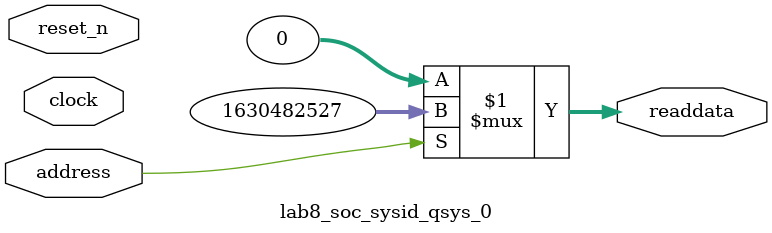
<source format=v>



// synthesis translate_off
`timescale 1ns / 1ps
// synthesis translate_on

// turn off superfluous verilog processor warnings 
// altera message_level Level1 
// altera message_off 10034 10035 10036 10037 10230 10240 10030 

module lab8_soc_sysid_qsys_0 (
               // inputs:
                address,
                clock,
                reset_n,

               // outputs:
                readdata
             )
;

  output  [ 31: 0] readdata;
  input            address;
  input            clock;
  input            reset_n;

  wire    [ 31: 0] readdata;
  //control_slave, which is an e_avalon_slave
  assign readdata = address ? 1630482527 : 0;

endmodule



</source>
